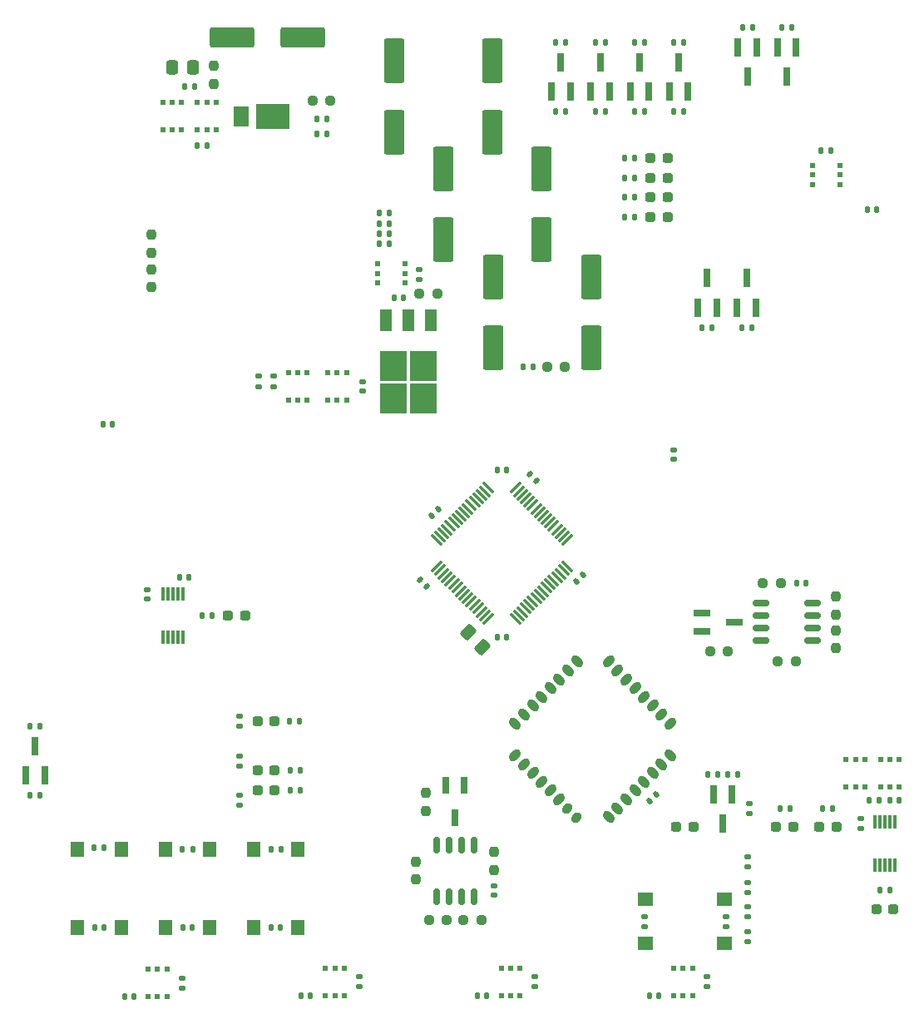
<source format=gbr>
%TF.GenerationSoftware,KiCad,Pcbnew,(6.0.11)*%
%TF.CreationDate,2023-09-12T01:08:27+09:00*%
%TF.ProjectId,Main,4d61696e-2e6b-4696-9361-645f70636258,rev?*%
%TF.SameCoordinates,Original*%
%TF.FileFunction,Paste,Top*%
%TF.FilePolarity,Positive*%
%FSLAX46Y46*%
G04 Gerber Fmt 4.6, Leading zero omitted, Abs format (unit mm)*
G04 Created by KiCad (PCBNEW (6.0.11)) date 2023-09-12 01:08:27*
%MOMM*%
%LPD*%
G01*
G04 APERTURE LIST*
G04 Aperture macros list*
%AMRoundRect*
0 Rectangle with rounded corners*
0 $1 Rounding radius*
0 $2 $3 $4 $5 $6 $7 $8 $9 X,Y pos of 4 corners*
0 Add a 4 corners polygon primitive as box body*
4,1,4,$2,$3,$4,$5,$6,$7,$8,$9,$2,$3,0*
0 Add four circle primitives for the rounded corners*
1,1,$1+$1,$2,$3*
1,1,$1+$1,$4,$5*
1,1,$1+$1,$6,$7*
1,1,$1+$1,$8,$9*
0 Add four rect primitives between the rounded corners*
20,1,$1+$1,$2,$3,$4,$5,0*
20,1,$1+$1,$4,$5,$6,$7,0*
20,1,$1+$1,$6,$7,$8,$9,0*
20,1,$1+$1,$8,$9,$2,$3,0*%
%AMHorizOval*
0 Thick line with rounded ends*
0 $1 width*
0 $2 $3 position (X,Y) of the first rounded end (center of the circle)*
0 $4 $5 position (X,Y) of the second rounded end (center of the circle)*
0 Add line between two ends*
20,1,$1,$2,$3,$4,$5,0*
0 Add two circle primitives to create the rounded ends*
1,1,$1,$2,$3*
1,1,$1,$4,$5*%
G04 Aperture macros list end*
%ADD10RoundRect,0.135000X-0.185000X0.135000X-0.185000X-0.135000X0.185000X-0.135000X0.185000X0.135000X0*%
%ADD11RoundRect,0.140000X-0.140000X-0.170000X0.140000X-0.170000X0.140000X0.170000X-0.140000X0.170000X0*%
%ADD12RoundRect,0.140000X-0.219203X-0.021213X-0.021213X-0.219203X0.219203X0.021213X0.021213X0.219203X0*%
%ADD13R,0.800000X1.900000*%
%ADD14RoundRect,0.135000X-0.135000X-0.185000X0.135000X-0.185000X0.135000X0.185000X-0.135000X0.185000X0*%
%ADD15RoundRect,0.140000X0.140000X0.170000X-0.140000X0.170000X-0.140000X-0.170000X0.140000X-0.170000X0*%
%ADD16RoundRect,0.135000X0.135000X0.185000X-0.135000X0.185000X-0.135000X-0.185000X0.135000X-0.185000X0*%
%ADD17RoundRect,0.140000X-0.170000X0.140000X-0.170000X-0.140000X0.170000X-0.140000X0.170000X0.140000X0*%
%ADD18R,1.600000X1.400000*%
%ADD19RoundRect,0.237500X-0.250000X-0.237500X0.250000X-0.237500X0.250000X0.237500X-0.250000X0.237500X0*%
%ADD20RoundRect,0.135000X0.185000X-0.135000X0.185000X0.135000X-0.185000X0.135000X-0.185000X-0.135000X0*%
%ADD21RoundRect,0.250001X-0.799999X1.999999X-0.799999X-1.999999X0.799999X-1.999999X0.799999X1.999999X0*%
%ADD22RoundRect,0.140000X0.170000X-0.140000X0.170000X0.140000X-0.170000X0.140000X-0.170000X-0.140000X0*%
%ADD23R,0.620000X0.575000*%
%ADD24RoundRect,0.250001X-1.999999X-0.799999X1.999999X-0.799999X1.999999X0.799999X-1.999999X0.799999X0*%
%ADD25RoundRect,0.237500X-0.287500X-0.237500X0.287500X-0.237500X0.287500X0.237500X-0.287500X0.237500X0*%
%ADD26RoundRect,0.237500X-0.237500X0.250000X-0.237500X-0.250000X0.237500X-0.250000X0.237500X0.250000X0*%
%ADD27RoundRect,0.237500X0.237500X-0.250000X0.237500X0.250000X-0.237500X0.250000X-0.237500X-0.250000X0*%
%ADD28RoundRect,0.140000X0.021213X-0.219203X0.219203X-0.021213X-0.021213X0.219203X-0.219203X0.021213X0*%
%ADD29RoundRect,0.237500X0.250000X0.237500X-0.250000X0.237500X-0.250000X-0.237500X0.250000X-0.237500X0*%
%ADD30RoundRect,0.250001X0.799999X-1.999999X0.799999X1.999999X-0.799999X1.999999X-0.799999X-1.999999X0*%
%ADD31RoundRect,0.237500X0.287500X0.237500X-0.287500X0.237500X-0.287500X-0.237500X0.287500X-0.237500X0*%
%ADD32RoundRect,0.140000X-0.021213X0.219203X-0.219203X0.021213X0.021213X-0.219203X0.219203X-0.021213X0*%
%ADD33RoundRect,0.140000X0.219203X0.021213X0.021213X0.219203X-0.219203X-0.021213X-0.021213X-0.219203X0*%
%ADD34R,2.750000X3.050000*%
%ADD35R,1.200000X2.200000*%
%ADD36R,1.800000X0.800000*%
%ADD37R,0.800000X1.800000*%
%ADD38R,3.400000X2.600000*%
%ADD39R,1.500000X2.000000*%
%ADD40R,0.300000X1.400000*%
%ADD41R,1.400000X1.600000*%
%ADD42RoundRect,0.075000X-0.548008X0.441942X0.441942X-0.548008X0.548008X-0.441942X-0.441942X0.548008X0*%
%ADD43RoundRect,0.075000X-0.548008X-0.441942X-0.441942X-0.548008X0.548008X0.441942X0.441942X0.548008X0*%
%ADD44RoundRect,0.150000X-0.150000X0.675000X-0.150000X-0.675000X0.150000X-0.675000X0.150000X0.675000X0*%
%ADD45R,0.575000X0.620000*%
%ADD46RoundRect,0.250000X0.574524X0.097227X0.097227X0.574524X-0.574524X-0.097227X-0.097227X-0.574524X0*%
%ADD47HorizOval,0.900000X-0.176777X0.176777X0.176777X-0.176777X0*%
%ADD48HorizOval,0.900000X0.176777X0.176777X-0.176777X-0.176777X0*%
%ADD49HorizOval,0.900000X0.106066X0.106066X-0.106066X-0.106066X0*%
%ADD50RoundRect,0.250000X-0.337500X-0.475000X0.337500X-0.475000X0.337500X0.475000X-0.337500X0.475000X0*%
%ADD51RoundRect,0.150000X-0.675000X-0.150000X0.675000X-0.150000X0.675000X0.150000X-0.675000X0.150000X0*%
G04 APERTURE END LIST*
D10*
%TO.C,R47*%
X125210000Y-134860000D03*
X125210000Y-135880000D03*
%TD*%
D11*
%TO.C,C2*%
X191450000Y-139340000D03*
X192410000Y-139340000D03*
%TD*%
D12*
%TO.C,C27*%
X154764499Y-106216786D03*
X155443321Y-106895608D03*
%TD*%
D10*
%TO.C,R26*%
X128680000Y-96230000D03*
X128680000Y-97250000D03*
%TD*%
D13*
%TO.C,Q6*%
X175390000Y-138740000D03*
X173490000Y-138740000D03*
X174440000Y-141740000D03*
%TD*%
D14*
%TO.C,R56*%
X180430000Y-60740000D03*
X181450000Y-60740000D03*
%TD*%
D15*
%TO.C,C35*%
X114488656Y-159352000D03*
X113528656Y-159352000D03*
%TD*%
%TO.C,C37*%
X150420000Y-159240000D03*
X149460000Y-159240000D03*
%TD*%
D16*
%TO.C,R46*%
X120450000Y-144330000D03*
X119430000Y-144330000D03*
%TD*%
D17*
%TO.C,C7*%
X115830000Y-117952164D03*
X115830000Y-118912164D03*
%TD*%
D18*
%TO.C,SW4*%
X166590000Y-149420000D03*
X174590000Y-149420000D03*
X166590000Y-153920000D03*
X174590000Y-153920000D03*
%TD*%
D19*
%TO.C,R74*%
X173115000Y-124240000D03*
X174940000Y-124240000D03*
%TD*%
D13*
%TO.C,Q16*%
X177890000Y-62740000D03*
X175990000Y-62740000D03*
X176940000Y-65740000D03*
%TD*%
D16*
%TO.C,R49*%
X129450000Y-144330000D03*
X128430000Y-144330000D03*
%TD*%
D14*
%TO.C,R8*%
X103930000Y-131830000D03*
X104950000Y-131830000D03*
%TD*%
D15*
%TO.C,C33*%
X129420000Y-152330000D03*
X128460000Y-152330000D03*
%TD*%
D19*
%TO.C,R78*%
X180027500Y-125240000D03*
X181852500Y-125240000D03*
%TD*%
D20*
%TO.C,R33*%
X176940000Y-153750000D03*
X176940000Y-152730000D03*
%TD*%
D21*
%TO.C,C14*%
X145940000Y-75140000D03*
X145940000Y-82340000D03*
%TD*%
D22*
%TO.C,C34*%
X151170000Y-149010000D03*
X151170000Y-148050000D03*
%TD*%
D23*
%TO.C,Q11*%
X134230000Y-98628000D03*
X135180000Y-98628000D03*
X136130000Y-98628000D03*
X136130000Y-95852000D03*
X135180000Y-95852000D03*
X134230000Y-95852000D03*
%TD*%
D14*
%TO.C,R51*%
X130430000Y-138330000D03*
X131450000Y-138330000D03*
%TD*%
%TO.C,R42*%
X180225000Y-140240000D03*
X181245000Y-140240000D03*
%TD*%
D20*
%TO.C,R23*%
X177140000Y-140750000D03*
X177140000Y-139730000D03*
%TD*%
D23*
%TO.C,Q18*%
X133990000Y-159240000D03*
X134940000Y-159240000D03*
X135890000Y-159240000D03*
X135890000Y-156464000D03*
X134940000Y-156464000D03*
X133990000Y-156464000D03*
%TD*%
D16*
%TO.C,R12*%
X104950000Y-138830000D03*
X103930000Y-138830000D03*
%TD*%
D24*
%TO.C,C9*%
X124489998Y-61740000D03*
X131689998Y-61740000D03*
%TD*%
D11*
%TO.C,C23*%
X151460000Y-122740000D03*
X152420000Y-122740000D03*
%TD*%
D25*
%TO.C,D16*%
X127065000Y-138330000D03*
X128815000Y-138330000D03*
%TD*%
D20*
%TO.C,R21*%
X166440000Y-152250000D03*
X166440000Y-151230000D03*
%TD*%
D26*
%TO.C,R11*%
X116240000Y-85327500D03*
X116240000Y-87152500D03*
%TD*%
D27*
%TO.C,R55*%
X151170000Y-146442500D03*
X151170000Y-144617500D03*
%TD*%
D25*
%TO.C,D13*%
X179860000Y-142040000D03*
X181610000Y-142040000D03*
%TD*%
D28*
%TO.C,C30*%
X144800589Y-110379411D03*
X145479411Y-109700589D03*
%TD*%
D20*
%TO.C,R59*%
X137400000Y-158362000D03*
X137400000Y-157342000D03*
%TD*%
D15*
%TO.C,C36*%
X132440000Y-159240000D03*
X131480000Y-159240000D03*
%TD*%
D16*
%TO.C,R28*%
X140450000Y-80680000D03*
X139430000Y-80680000D03*
%TD*%
D17*
%TO.C,C32*%
X169440000Y-103700000D03*
X169440000Y-104660000D03*
%TD*%
D28*
%TO.C,C24*%
X167013223Y-139493223D03*
X167692045Y-138814401D03*
%TD*%
D20*
%TO.C,R64*%
X172850000Y-158362000D03*
X172850000Y-157342000D03*
%TD*%
D14*
%TO.C,R38*%
X110430000Y-144180000D03*
X111450000Y-144180000D03*
%TD*%
%TO.C,R41*%
X154122718Y-95240000D03*
X155142718Y-95240000D03*
%TD*%
D13*
%TO.C,Q13*%
X175890000Y-89240000D03*
X177790000Y-89240000D03*
X176840000Y-86240000D03*
%TD*%
D14*
%TO.C,R57*%
X176430000Y-60740000D03*
X177450000Y-60740000D03*
%TD*%
D29*
%TO.C,R75*%
X180352500Y-117240000D03*
X178527500Y-117240000D03*
%TD*%
D15*
%TO.C,C8*%
X112320000Y-101140000D03*
X111360000Y-101140000D03*
%TD*%
D13*
%TO.C,Q23*%
X164990000Y-67240000D03*
X166890000Y-67240000D03*
X165940000Y-64240000D03*
%TD*%
D27*
%TO.C,R62*%
X143170000Y-147442500D03*
X143170000Y-145617500D03*
%TD*%
D30*
%TO.C,C10*%
X140940000Y-71340000D03*
X140940000Y-64140000D03*
%TD*%
D31*
%TO.C,D10*%
X168815000Y-78010000D03*
X167065000Y-78010000D03*
%TD*%
D32*
%TO.C,C22*%
X160219411Y-116440589D03*
X159540589Y-117119411D03*
%TD*%
D20*
%TO.C,R30*%
X176940000Y-146103641D03*
X176940000Y-145083641D03*
%TD*%
D14*
%TO.C,R39*%
X130340000Y-131330000D03*
X131360000Y-131330000D03*
%TD*%
D11*
%TO.C,C21*%
X151460000Y-105740000D03*
X152420000Y-105740000D03*
%TD*%
D31*
%TO.C,D1*%
X191805000Y-150420000D03*
X190055000Y-150420000D03*
%TD*%
D20*
%TO.C,R58*%
X119390000Y-158473500D03*
X119390000Y-157453500D03*
%TD*%
D14*
%TO.C,R53*%
X172330000Y-91240000D03*
X173350000Y-91240000D03*
%TD*%
D20*
%TO.C,R32*%
X176940000Y-151250000D03*
X176940000Y-150230000D03*
%TD*%
D33*
%TO.C,C28*%
X144279411Y-117579411D03*
X143600589Y-116900589D03*
%TD*%
D15*
%TO.C,C38*%
X167940000Y-159240000D03*
X166980000Y-159240000D03*
%TD*%
D11*
%TO.C,C15*%
X133140000Y-71510000D03*
X134100000Y-71510000D03*
%TD*%
D25*
%TO.C,D15*%
X127065000Y-136330000D03*
X128815000Y-136330000D03*
%TD*%
D31*
%TO.C,D8*%
X168815000Y-74010000D03*
X167065000Y-74010000D03*
%TD*%
D13*
%TO.C,Q12*%
X171890000Y-89240000D03*
X173790000Y-89240000D03*
X172840000Y-86240000D03*
%TD*%
D23*
%TO.C,Q1*%
X117440000Y-71128000D03*
X118390000Y-71128000D03*
X119340000Y-71128000D03*
X119340000Y-68352000D03*
X118390000Y-68352000D03*
X117440000Y-68352000D03*
%TD*%
D14*
%TO.C,R43*%
X184600000Y-140240000D03*
X185620000Y-140240000D03*
%TD*%
D16*
%TO.C,R52*%
X177350000Y-91240000D03*
X176330000Y-91240000D03*
%TD*%
D14*
%TO.C,R4*%
X120930000Y-72740000D03*
X121950000Y-72740000D03*
%TD*%
D19*
%TO.C,R17*%
X143527500Y-87796585D03*
X145352500Y-87796585D03*
%TD*%
D16*
%TO.C,R18*%
X140450000Y-82740000D03*
X139430000Y-82740000D03*
%TD*%
D30*
%TO.C,C17*%
X161040000Y-93340000D03*
X161040000Y-86140000D03*
%TD*%
D10*
%TO.C,R40*%
X125210000Y-130820000D03*
X125210000Y-131840000D03*
%TD*%
D34*
%TO.C,U4*%
X140915000Y-95165000D03*
X143965000Y-95165000D03*
X143965000Y-98515000D03*
X140915000Y-98515000D03*
D35*
X144720000Y-90540000D03*
X142440000Y-90540000D03*
X140160000Y-90540000D03*
%TD*%
D21*
%TO.C,C16*%
X151040000Y-86140000D03*
X151040000Y-93340000D03*
%TD*%
D15*
%TO.C,C31*%
X120420000Y-152330000D03*
X119460000Y-152330000D03*
%TD*%
D26*
%TO.C,R54*%
X144170000Y-138617500D03*
X144170000Y-140442500D03*
%TD*%
D23*
%TO.C,Q4*%
X192380000Y-135202000D03*
X191430000Y-135202000D03*
X190480000Y-135202000D03*
X190480000Y-137978000D03*
X191430000Y-137978000D03*
X192380000Y-137978000D03*
%TD*%
D14*
%TO.C,R19*%
X172930000Y-136740000D03*
X173950000Y-136740000D03*
%TD*%
D25*
%TO.C,D12*%
X127065000Y-131330000D03*
X128815000Y-131330000D03*
%TD*%
D14*
%TO.C,R6*%
X119680000Y-66740000D03*
X120700000Y-66740000D03*
%TD*%
D23*
%TO.C,Q5*%
X186980000Y-137978000D03*
X187930000Y-137978000D03*
X188880000Y-137978000D03*
X188880000Y-135202000D03*
X187930000Y-135202000D03*
X186980000Y-135202000D03*
%TD*%
D20*
%TO.C,R31*%
X176940000Y-148750000D03*
X176940000Y-147730000D03*
%TD*%
D14*
%TO.C,R14*%
X189285000Y-139340000D03*
X190305000Y-139340000D03*
%TD*%
D23*
%TO.C,Q3*%
X122840000Y-68352000D03*
X121890000Y-68352000D03*
X120940000Y-68352000D03*
X120940000Y-71128000D03*
X121890000Y-71128000D03*
X122840000Y-71128000D03*
%TD*%
D36*
%TO.C,Q26*%
X172290000Y-120290000D03*
X172290000Y-122190000D03*
X175590000Y-121240000D03*
%TD*%
D11*
%TO.C,C39*%
X189150000Y-79220000D03*
X190110000Y-79220000D03*
%TD*%
D14*
%TO.C,R73*%
X184430000Y-73240000D03*
X185450000Y-73240000D03*
%TD*%
D16*
%TO.C,R65*%
X158450000Y-69240000D03*
X157430000Y-69240000D03*
%TD*%
D25*
%TO.C,D14*%
X184235000Y-142040000D03*
X185985000Y-142040000D03*
%TD*%
D16*
%TO.C,R15*%
X134140000Y-69990000D03*
X133120000Y-69990000D03*
%TD*%
%TO.C,R27*%
X140450000Y-81710000D03*
X139430000Y-81710000D03*
%TD*%
D37*
%TO.C,Q14*%
X148120000Y-137880000D03*
X146220000Y-137880000D03*
X147170000Y-141180000D03*
%TD*%
D38*
%TO.C,D4*%
X128650000Y-69740000D03*
D39*
X125430000Y-69740000D03*
%TD*%
D11*
%TO.C,C6*%
X119100000Y-116650000D03*
X120060000Y-116650000D03*
%TD*%
D40*
%TO.C,U2*%
X117440000Y-122740000D03*
X117940000Y-122740000D03*
X118440000Y-122740000D03*
X118940000Y-122740000D03*
X119440000Y-122740000D03*
X119440000Y-118340000D03*
X118940000Y-118340000D03*
X118440000Y-118340000D03*
X117940000Y-118340000D03*
X117440000Y-118340000D03*
%TD*%
D26*
%TO.C,R10*%
X116240000Y-81827500D03*
X116240000Y-83652500D03*
%TD*%
D41*
%TO.C,SW9*%
X117690000Y-144330000D03*
X117690000Y-152330000D03*
X122190000Y-152330000D03*
X122190000Y-144330000D03*
%TD*%
D16*
%TO.C,R35*%
X165450000Y-76010000D03*
X164430000Y-76010000D03*
%TD*%
D14*
%TO.C,R69*%
X157430000Y-62240000D03*
X158450000Y-62240000D03*
%TD*%
D15*
%TO.C,C26*%
X111420000Y-152330000D03*
X110460000Y-152330000D03*
%TD*%
D16*
%TO.C,R66*%
X162450000Y-69240000D03*
X161430000Y-69240000D03*
%TD*%
D42*
%TO.C,U6*%
X150578819Y-107575519D03*
X150225266Y-107929072D03*
X149871713Y-108282625D03*
X149518159Y-108636179D03*
X149164606Y-108989732D03*
X148811052Y-109343286D03*
X148457499Y-109696839D03*
X148103946Y-110050392D03*
X147750392Y-110403946D03*
X147396839Y-110757499D03*
X147043286Y-111111052D03*
X146689732Y-111464606D03*
X146336179Y-111818159D03*
X145982625Y-112171713D03*
X145629072Y-112525266D03*
X145275519Y-112878819D03*
D43*
X145275519Y-115601181D03*
X145629072Y-115954734D03*
X145982625Y-116308287D03*
X146336179Y-116661841D03*
X146689732Y-117015394D03*
X147043286Y-117368948D03*
X147396839Y-117722501D03*
X147750392Y-118076054D03*
X148103946Y-118429608D03*
X148457499Y-118783161D03*
X148811052Y-119136714D03*
X149164606Y-119490268D03*
X149518159Y-119843821D03*
X149871713Y-120197375D03*
X150225266Y-120550928D03*
X150578819Y-120904481D03*
D42*
X153301181Y-120904481D03*
X153654734Y-120550928D03*
X154008287Y-120197375D03*
X154361841Y-119843821D03*
X154715394Y-119490268D03*
X155068948Y-119136714D03*
X155422501Y-118783161D03*
X155776054Y-118429608D03*
X156129608Y-118076054D03*
X156483161Y-117722501D03*
X156836714Y-117368948D03*
X157190268Y-117015394D03*
X157543821Y-116661841D03*
X157897375Y-116308287D03*
X158250928Y-115954734D03*
X158604481Y-115601181D03*
D43*
X158604481Y-112878819D03*
X158250928Y-112525266D03*
X157897375Y-112171713D03*
X157543821Y-111818159D03*
X157190268Y-111464606D03*
X156836714Y-111111052D03*
X156483161Y-110757499D03*
X156129608Y-110403946D03*
X155776054Y-110050392D03*
X155422501Y-109696839D03*
X155068948Y-109343286D03*
X154715394Y-108989732D03*
X154361841Y-108636179D03*
X154008287Y-108282625D03*
X153654734Y-107929072D03*
X153301181Y-107575519D03*
%TD*%
D10*
%TO.C,R29*%
X143530000Y-85313641D03*
X143530000Y-86333641D03*
%TD*%
D40*
%TO.C,U1*%
X189940000Y-145940000D03*
X190440000Y-145940000D03*
X190940000Y-145940000D03*
X191440000Y-145940000D03*
X191940000Y-145940000D03*
X191940000Y-141540000D03*
X191440000Y-141540000D03*
X190940000Y-141540000D03*
X190440000Y-141540000D03*
X189940000Y-141540000D03*
%TD*%
D44*
%TO.C,U8*%
X149075000Y-143905000D03*
X147805000Y-143905000D03*
X146535000Y-143905000D03*
X145265000Y-143905000D03*
X145265000Y-149155000D03*
X146535000Y-149155000D03*
X147805000Y-149155000D03*
X149075000Y-149155000D03*
%TD*%
D16*
%TO.C,R22*%
X175950000Y-136740000D03*
X174930000Y-136740000D03*
%TD*%
D17*
%TO.C,C25*%
X137800000Y-96760000D03*
X137800000Y-97720000D03*
%TD*%
D16*
%TO.C,R37*%
X165450000Y-80010000D03*
X164430000Y-80010000D03*
%TD*%
D23*
%TO.C,Q17*%
X115940000Y-159351500D03*
X116890000Y-159351500D03*
X117840000Y-159351500D03*
X117840000Y-156575500D03*
X116890000Y-156575500D03*
X115940000Y-156575500D03*
%TD*%
D16*
%TO.C,R67*%
X166450000Y-69240000D03*
X165430000Y-69240000D03*
%TD*%
D10*
%TO.C,R24*%
X127180000Y-96230000D03*
X127180000Y-97250000D03*
%TD*%
D27*
%TO.C,R77*%
X185940000Y-120452500D03*
X185940000Y-118627500D03*
%TD*%
D31*
%TO.C,D3*%
X125840000Y-120540000D03*
X124090000Y-120540000D03*
%TD*%
D14*
%TO.C,R3*%
X190410000Y-148540000D03*
X191430000Y-148540000D03*
%TD*%
D41*
%TO.C,SW12*%
X126690000Y-144330000D03*
X126690000Y-152330000D03*
X131190000Y-144330000D03*
X131190000Y-152330000D03*
%TD*%
D19*
%TO.C,R20*%
X156527500Y-95240000D03*
X158352500Y-95240000D03*
%TD*%
D20*
%TO.C,R63*%
X155290000Y-158362000D03*
X155290000Y-157342000D03*
%TD*%
D17*
%TO.C,C3*%
X188440000Y-141260000D03*
X188440000Y-142220000D03*
%TD*%
D16*
%TO.C,R25*%
X140450000Y-79620000D03*
X139430000Y-79620000D03*
%TD*%
D21*
%TO.C,C12*%
X155940000Y-75140000D03*
X155940000Y-82340000D03*
%TD*%
D16*
%TO.C,R34*%
X165450000Y-74010000D03*
X164430000Y-74010000D03*
%TD*%
%TO.C,R9*%
X122450000Y-120540000D03*
X121430000Y-120540000D03*
%TD*%
D11*
%TO.C,C20*%
X140960000Y-88240000D03*
X141920000Y-88240000D03*
%TD*%
D16*
%TO.C,R36*%
X165450000Y-78010000D03*
X164430000Y-78010000D03*
%TD*%
D19*
%TO.C,R60*%
X144527500Y-151530000D03*
X146352500Y-151530000D03*
%TD*%
D31*
%TO.C,D9*%
X168815000Y-76010000D03*
X167065000Y-76010000D03*
%TD*%
D19*
%TO.C,R16*%
X132647500Y-68150000D03*
X134472500Y-68150000D03*
%TD*%
D23*
%TO.C,Q19*%
X151880000Y-159240000D03*
X152830000Y-159240000D03*
X153780000Y-159240000D03*
X153780000Y-156464000D03*
X152830000Y-156464000D03*
X151880000Y-156464000D03*
%TD*%
D31*
%TO.C,D11*%
X168815000Y-80010000D03*
X167065000Y-80010000D03*
%TD*%
D45*
%TO.C,Q9*%
X139302000Y-84790000D03*
X139302000Y-85740000D03*
X139302000Y-86690000D03*
X142078000Y-86690000D03*
X142078000Y-85740000D03*
X142078000Y-84790000D03*
%TD*%
D14*
%TO.C,R72*%
X169430000Y-62240000D03*
X170450000Y-62240000D03*
%TD*%
D30*
%TO.C,C13*%
X150940000Y-71340000D03*
X150940000Y-64140000D03*
%TD*%
D13*
%TO.C,Q24*%
X168990000Y-67240000D03*
X170890000Y-67240000D03*
X169940000Y-64240000D03*
%TD*%
%TO.C,Q21*%
X156990000Y-67240000D03*
X158890000Y-67240000D03*
X157940000Y-64240000D03*
%TD*%
D46*
%TO.C,C29*%
X149973623Y-123773623D03*
X148506377Y-122306377D03*
%TD*%
D47*
%TO.C,U5*%
X162809275Y-141075454D03*
X163707300Y-140177428D03*
X164605326Y-139279403D03*
X165503351Y-138381377D03*
X166401377Y-137483351D03*
X167299403Y-136585326D03*
X168197428Y-135687300D03*
X169095454Y-134789275D03*
D48*
X169095454Y-131550725D03*
X168197428Y-130652700D03*
X167299403Y-129754674D03*
X166401377Y-128856649D03*
X165503351Y-127958623D03*
X164605326Y-127060597D03*
X163707300Y-126162572D03*
X162809275Y-125264546D03*
D47*
X159570725Y-125264546D03*
X158672700Y-126162572D03*
X157774674Y-127060597D03*
X156876649Y-127958623D03*
X155978623Y-128856649D03*
X155080597Y-129754674D03*
X154182572Y-130652700D03*
X153284546Y-131550725D03*
D48*
X153284546Y-134789275D03*
X154182572Y-135687300D03*
X155080597Y-136585326D03*
X155978623Y-137483351D03*
X156876649Y-138381377D03*
X157774674Y-139279403D03*
D49*
X158601989Y-140248139D03*
X159500015Y-141146164D03*
%TD*%
D13*
%TO.C,Q2*%
X103490000Y-136830000D03*
X105390000Y-136830000D03*
X104440000Y-133830000D03*
%TD*%
D50*
%TO.C,C4*%
X118402500Y-64740000D03*
X120477500Y-64740000D03*
%TD*%
D51*
%TO.C,U10*%
X178315000Y-119335000D03*
X178315000Y-120605000D03*
X178315000Y-121875000D03*
X178315000Y-123145000D03*
X183565000Y-123145000D03*
X183565000Y-121875000D03*
X183565000Y-120605000D03*
X183565000Y-119335000D03*
%TD*%
D14*
%TO.C,R50*%
X130430000Y-136330000D03*
X131450000Y-136330000D03*
%TD*%
D45*
%TO.C,Q25*%
X186328000Y-76690000D03*
X186328000Y-75740000D03*
X186328000Y-74790000D03*
X183552000Y-74790000D03*
X183552000Y-75740000D03*
X183552000Y-76690000D03*
%TD*%
D13*
%TO.C,Q22*%
X160990000Y-67240000D03*
X162890000Y-67240000D03*
X161940000Y-64240000D03*
%TD*%
D17*
%TO.C,C18*%
X174740000Y-151260000D03*
X174740000Y-152220000D03*
%TD*%
D27*
%TO.C,R13*%
X122600000Y-66442500D03*
X122600000Y-64617500D03*
%TD*%
D14*
%TO.C,R71*%
X165430000Y-62240000D03*
X166450000Y-62240000D03*
%TD*%
%TO.C,R70*%
X161430000Y-62240000D03*
X162450000Y-62240000D03*
%TD*%
D25*
%TO.C,D6*%
X169715000Y-142040000D03*
X171465000Y-142040000D03*
%TD*%
D15*
%TO.C,C40*%
X182920000Y-117240000D03*
X181960000Y-117240000D03*
%TD*%
D23*
%TO.C,Q20*%
X169440000Y-159240000D03*
X170390000Y-159240000D03*
X171340000Y-159240000D03*
X171340000Y-156464000D03*
X170390000Y-156464000D03*
X169440000Y-156464000D03*
%TD*%
D10*
%TO.C,R48*%
X125210000Y-138820000D03*
X125210000Y-139840000D03*
%TD*%
D27*
%TO.C,R76*%
X185940000Y-123907224D03*
X185940000Y-122082224D03*
%TD*%
D23*
%TO.C,Q8*%
X132130000Y-95852000D03*
X131180000Y-95852000D03*
X130230000Y-95852000D03*
X130230000Y-98628000D03*
X131180000Y-98628000D03*
X132130000Y-98628000D03*
%TD*%
D13*
%TO.C,Q15*%
X181890000Y-62740000D03*
X179990000Y-62740000D03*
X180940000Y-65740000D03*
%TD*%
D19*
%TO.C,R61*%
X148027500Y-151530000D03*
X149852500Y-151530000D03*
%TD*%
D16*
%TO.C,R68*%
X170450000Y-69240000D03*
X169430000Y-69240000D03*
%TD*%
D41*
%TO.C,SW8*%
X113190000Y-144330000D03*
X113190000Y-152330000D03*
X108690000Y-144330000D03*
X108690000Y-152330000D03*
%TD*%
M02*

</source>
